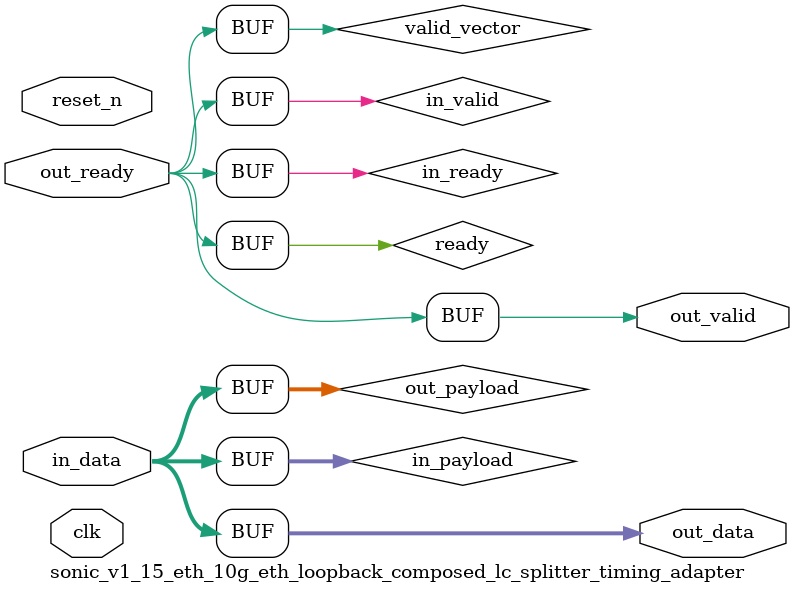
<source format=v>

`timescale 1ns / 100ps
module sonic_v1_15_eth_10g_eth_loopback_composed_lc_splitter_timing_adapter (
    
      // Interface: clk
      input              clk,
      // Interface: reset
      input              reset_n,
      // Interface: in
      input      [71: 0] in_data,
      // Interface: out
      output reg [71: 0] out_data,
      input              out_ready,
      output reg         out_valid
);




   // ---------------------------------------------------------------------
   //| Signal Declarations
   // ---------------------------------------------------------------------

   reg  [71: 0] in_payload;
   reg  [71: 0] out_payload;
   reg  [ 0: 0] ready;
   reg          in_ready;
   // synthesis translate_off
   always @(negedge in_ready) begin
      $display("%m: The downstream component is backpressuring by deasserting ready, but the upstream component can't be backpressured.");
   end
   // synthesis translate_on   
   reg          in_valid;
   reg  [ 0: 0] valid_vector;


   // ---------------------------------------------------------------------
   //| Payload Mapping
   // ---------------------------------------------------------------------
   always @* begin
     in_payload = {in_data};
     {out_data} = out_payload;
   end

   // ---------------------------------------------------------------------
   //| Ready & valid signals.
   // ---------------------------------------------------------------------
   always @* begin
     ready[0] = out_ready;
     out_valid = in_valid;
     out_payload = in_payload;
     in_ready = ready[0];
   end



   // ---------------------------------------------------------------------
   //| Input Valid Generation
   // ---------------------------------------------------------------------
   always @* begin
      valid_vector[0] = in_ready;
      in_valid        = valid_vector[0];
   end


endmodule


</source>
